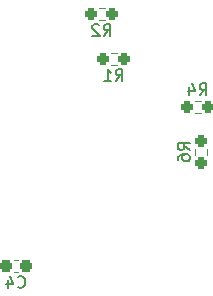
<source format=gbo>
%TF.GenerationSoftware,KiCad,Pcbnew,(6.0.5)*%
%TF.CreationDate,2023-06-01T20:28:18+03:00*%
%TF.ProjectId,led-controller,6c65642d-636f-46e7-9472-6f6c6c65722e,rev?*%
%TF.SameCoordinates,Original*%
%TF.FileFunction,Legend,Bot*%
%TF.FilePolarity,Positive*%
%FSLAX46Y46*%
G04 Gerber Fmt 4.6, Leading zero omitted, Abs format (unit mm)*
G04 Created by KiCad (PCBNEW (6.0.5)) date 2023-06-01 20:28:18*
%MOMM*%
%LPD*%
G01*
G04 APERTURE LIST*
G04 Aperture macros list*
%AMRoundRect*
0 Rectangle with rounded corners*
0 $1 Rounding radius*
0 $2 $3 $4 $5 $6 $7 $8 $9 X,Y pos of 4 corners*
0 Add a 4 corners polygon primitive as box body*
4,1,4,$2,$3,$4,$5,$6,$7,$8,$9,$2,$3,0*
0 Add four circle primitives for the rounded corners*
1,1,$1+$1,$2,$3*
1,1,$1+$1,$4,$5*
1,1,$1+$1,$6,$7*
1,1,$1+$1,$8,$9*
0 Add four rect primitives between the rounded corners*
20,1,$1+$1,$2,$3,$4,$5,0*
20,1,$1+$1,$4,$5,$6,$7,0*
20,1,$1+$1,$6,$7,$8,$9,0*
20,1,$1+$1,$8,$9,$2,$3,0*%
G04 Aperture macros list end*
%ADD10C,0.150000*%
%ADD11C,0.120000*%
%ADD12R,1.700000X1.700000*%
%ADD13O,1.700000X1.700000*%
%ADD14O,3.000000X3.500000*%
%ADD15R,1.600000X1.600000*%
%ADD16C,1.600000*%
%ADD17R,3.000000X3.000000*%
%ADD18C,3.000000*%
%ADD19C,0.800000*%
%ADD20C,6.400000*%
%ADD21RoundRect,0.237500X-0.237500X0.250000X-0.237500X-0.250000X0.237500X-0.250000X0.237500X0.250000X0*%
%ADD22RoundRect,0.237500X-0.250000X-0.237500X0.250000X-0.237500X0.250000X0.237500X-0.250000X0.237500X0*%
%ADD23RoundRect,0.237500X0.250000X0.237500X-0.250000X0.237500X-0.250000X-0.237500X0.250000X-0.237500X0*%
%ADD24RoundRect,0.237500X-0.300000X-0.237500X0.300000X-0.237500X0.300000X0.237500X-0.300000X0.237500X0*%
G04 APERTURE END LIST*
D10*
X107988380Y-89749333D02*
X107512190Y-89416000D01*
X107988380Y-89177904D02*
X106988380Y-89177904D01*
X106988380Y-89558857D01*
X107036000Y-89654095D01*
X107083619Y-89701714D01*
X107178857Y-89749333D01*
X107321714Y-89749333D01*
X107416952Y-89701714D01*
X107464571Y-89654095D01*
X107512190Y-89558857D01*
X107512190Y-89177904D01*
X106988380Y-90606476D02*
X106988380Y-90416000D01*
X107036000Y-90320761D01*
X107083619Y-90273142D01*
X107226476Y-90177904D01*
X107416952Y-90130285D01*
X107797904Y-90130285D01*
X107893142Y-90177904D01*
X107940761Y-90225523D01*
X107988380Y-90320761D01*
X107988380Y-90511238D01*
X107940761Y-90606476D01*
X107893142Y-90654095D01*
X107797904Y-90701714D01*
X107559809Y-90701714D01*
X107464571Y-90654095D01*
X107416952Y-90606476D01*
X107369333Y-90511238D01*
X107369333Y-90320761D01*
X107416952Y-90225523D01*
X107464571Y-90177904D01*
X107559809Y-90130285D01*
X100696666Y-80114380D02*
X101030000Y-79638190D01*
X101268095Y-80114380D02*
X101268095Y-79114380D01*
X100887142Y-79114380D01*
X100791904Y-79162000D01*
X100744285Y-79209619D01*
X100696666Y-79304857D01*
X100696666Y-79447714D01*
X100744285Y-79542952D01*
X100791904Y-79590571D01*
X100887142Y-79638190D01*
X101268095Y-79638190D01*
X100315714Y-79209619D02*
X100268095Y-79162000D01*
X100172857Y-79114380D01*
X99934761Y-79114380D01*
X99839523Y-79162000D01*
X99791904Y-79209619D01*
X99744285Y-79304857D01*
X99744285Y-79400095D01*
X99791904Y-79542952D01*
X100363333Y-80114380D01*
X99744285Y-80114380D01*
X101712666Y-83924380D02*
X102046000Y-83448190D01*
X102284095Y-83924380D02*
X102284095Y-82924380D01*
X101903142Y-82924380D01*
X101807904Y-82972000D01*
X101760285Y-83019619D01*
X101712666Y-83114857D01*
X101712666Y-83257714D01*
X101760285Y-83352952D01*
X101807904Y-83400571D01*
X101903142Y-83448190D01*
X102284095Y-83448190D01*
X100760285Y-83924380D02*
X101331714Y-83924380D01*
X101046000Y-83924380D02*
X101046000Y-82924380D01*
X101141238Y-83067238D01*
X101236476Y-83162476D01*
X101331714Y-83210095D01*
X108824666Y-85128380D02*
X109158000Y-84652190D01*
X109396095Y-85128380D02*
X109396095Y-84128380D01*
X109015142Y-84128380D01*
X108919904Y-84176000D01*
X108872285Y-84223619D01*
X108824666Y-84318857D01*
X108824666Y-84461714D01*
X108872285Y-84556952D01*
X108919904Y-84604571D01*
X109015142Y-84652190D01*
X109396095Y-84652190D01*
X107967523Y-84461714D02*
X107967523Y-85128380D01*
X108205619Y-84080761D02*
X108443714Y-84795047D01*
X107824666Y-84795047D01*
X93431166Y-101355142D02*
X93478785Y-101402761D01*
X93621642Y-101450380D01*
X93716880Y-101450380D01*
X93859738Y-101402761D01*
X93954976Y-101307523D01*
X94002595Y-101212285D01*
X94050214Y-101021809D01*
X94050214Y-100878952D01*
X94002595Y-100688476D01*
X93954976Y-100593238D01*
X93859738Y-100498000D01*
X93716880Y-100450380D01*
X93621642Y-100450380D01*
X93478785Y-100498000D01*
X93431166Y-100545619D01*
X92574023Y-100783714D02*
X92574023Y-101450380D01*
X92812119Y-100402761D02*
X93050214Y-101117047D01*
X92431166Y-101117047D01*
D11*
X108443500Y-89661276D02*
X108443500Y-90170724D01*
X109488500Y-89661276D02*
X109488500Y-90170724D01*
X100275276Y-78754500D02*
X100784724Y-78754500D01*
X100275276Y-77709500D02*
X100784724Y-77709500D01*
X101291276Y-82564500D02*
X101800724Y-82564500D01*
X101291276Y-81519500D02*
X101800724Y-81519500D01*
X108912724Y-86628500D02*
X108403276Y-86628500D01*
X108912724Y-85583500D02*
X108403276Y-85583500D01*
X93118233Y-100078000D02*
X93410767Y-100078000D01*
X93118233Y-99058000D02*
X93410767Y-99058000D01*
%LPC*%
D12*
X93418000Y-89144000D03*
D13*
X93418000Y-86604000D03*
X93418000Y-84064000D03*
X93418000Y-81524000D03*
D14*
X95840000Y-111760000D03*
X92040000Y-111760000D03*
X103940000Y-111760000D03*
X100140000Y-111760000D03*
D15*
X110690000Y-110490000D03*
D16*
X114190000Y-110490000D03*
D17*
X91640000Y-119380000D03*
D18*
X96720000Y-119380000D03*
D12*
X119580000Y-102245000D03*
D13*
X119580000Y-104785000D03*
X119580000Y-107325000D03*
X119580000Y-109865000D03*
D19*
X119197056Y-75197056D03*
X117500000Y-71100000D03*
X119900000Y-73500000D03*
X117500000Y-75900000D03*
D20*
X117500000Y-73500000D03*
D19*
X115802944Y-71802944D03*
X115802944Y-75197056D03*
X119197056Y-71802944D03*
X115100000Y-73500000D03*
D12*
X115770000Y-84079000D03*
D13*
X115770000Y-81539000D03*
D19*
X92500000Y-71100000D03*
X90802944Y-71802944D03*
X94197056Y-71802944D03*
D20*
X92500000Y-73500000D03*
D19*
X94197056Y-75197056D03*
X94900000Y-73500000D03*
X92500000Y-75900000D03*
X90100000Y-73500000D03*
X90802944Y-75197056D03*
D17*
X103135302Y-119380000D03*
D18*
X108215302Y-119380000D03*
X113295302Y-119380000D03*
X118375302Y-119380000D03*
D21*
X108966000Y-89003500D03*
X108966000Y-90828500D03*
D22*
X99617500Y-78232000D03*
X101442500Y-78232000D03*
X100633500Y-82042000D03*
X102458500Y-82042000D03*
D23*
X109570500Y-86106000D03*
X107745500Y-86106000D03*
D24*
X92402000Y-99568000D03*
X94127000Y-99568000D03*
M02*

</source>
